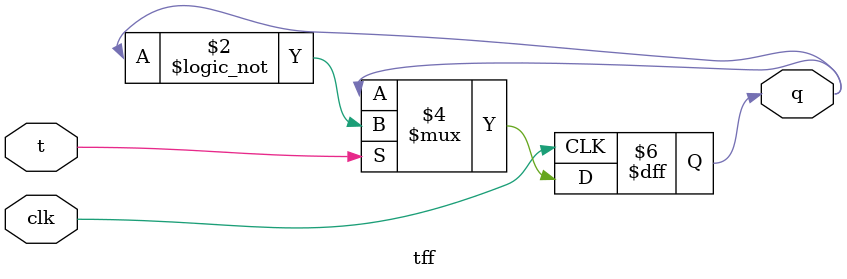
<source format=v>
module tff (
  input wire      clk,
  input wire      t,
  output reg      q
);

always @ (posedge clk) begin
  if (t) begin
    q       <= !q;
  end 
end

initial begin
  q     <= 1'b0;
end

endmodule

</source>
